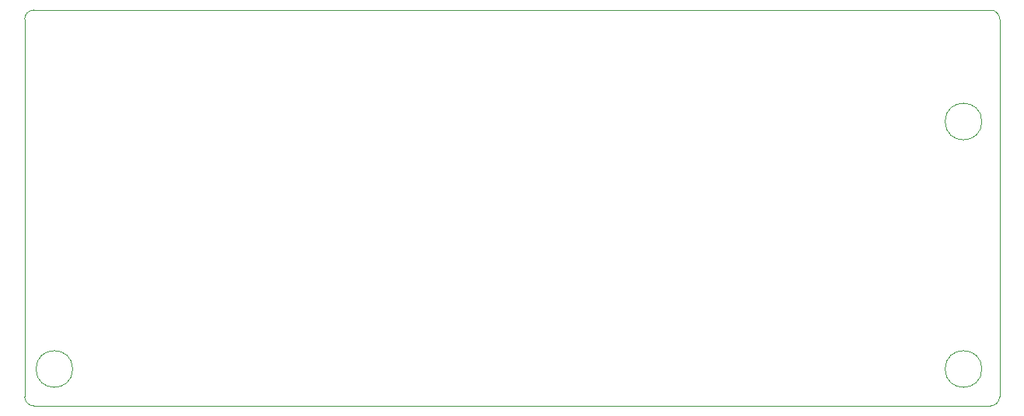
<source format=gm1>
%TF.GenerationSoftware,KiCad,Pcbnew,9.0.2*%
%TF.CreationDate,2025-07-11T17:02:26-07:00*%
%TF.ProjectId,hbridge_rev,68627269-6467-4655-9f72-65762e6b6963,rev?*%
%TF.SameCoordinates,Original*%
%TF.FileFunction,Profile,NP*%
%FSLAX46Y46*%
G04 Gerber Fmt 4.6, Leading zero omitted, Abs format (unit mm)*
G04 Created by KiCad (PCBNEW 9.0.2) date 2025-07-11 17:02:26*
%MOMM*%
%LPD*%
G01*
G04 APERTURE LIST*
%TA.AperFunction,Profile*%
%ADD10C,0.050000*%
%TD*%
G04 APERTURE END LIST*
D10*
X13208000Y-13700000D02*
G75*
G02*
X14208000Y-12700000I1000000J0D01*
G01*
X14208000Y-12700000D02*
X118380000Y-12700000D01*
X119380000Y-54880000D02*
G75*
G02*
X118380000Y-55880000I-1000000J0D01*
G01*
X117443000Y-51860000D02*
G75*
G02*
X113443000Y-51860000I-2000000J0D01*
G01*
X113443000Y-51860000D02*
G75*
G02*
X117443000Y-51860000I2000000J0D01*
G01*
X118380000Y-55880000D02*
X14208000Y-55880000D01*
X14208000Y-55880000D02*
G75*
G02*
X13208000Y-54880000I0J1000000D01*
G01*
X119380000Y-13700000D02*
X119380000Y-54880000D01*
X18443000Y-51860000D02*
G75*
G02*
X14443000Y-51860000I-2000000J0D01*
G01*
X14443000Y-51860000D02*
G75*
G02*
X18443000Y-51860000I2000000J0D01*
G01*
X118380000Y-12700000D02*
G75*
G02*
X119380000Y-13700000I0J-1000000D01*
G01*
X13208000Y-54880000D02*
X13208000Y-13700000D01*
X117443000Y-24860000D02*
G75*
G02*
X113443000Y-24860000I-2000000J0D01*
G01*
X113443000Y-24860000D02*
G75*
G02*
X117443000Y-24860000I2000000J0D01*
G01*
M02*

</source>
